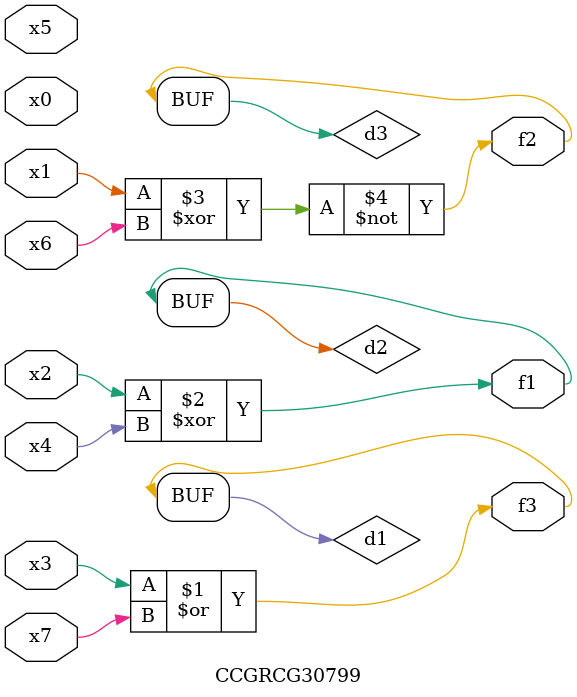
<source format=v>
module CCGRCG30799(
	input x0, x1, x2, x3, x4, x5, x6, x7,
	output f1, f2, f3
);

	wire d1, d2, d3;

	or (d1, x3, x7);
	xor (d2, x2, x4);
	xnor (d3, x1, x6);
	assign f1 = d2;
	assign f2 = d3;
	assign f3 = d1;
endmodule

</source>
